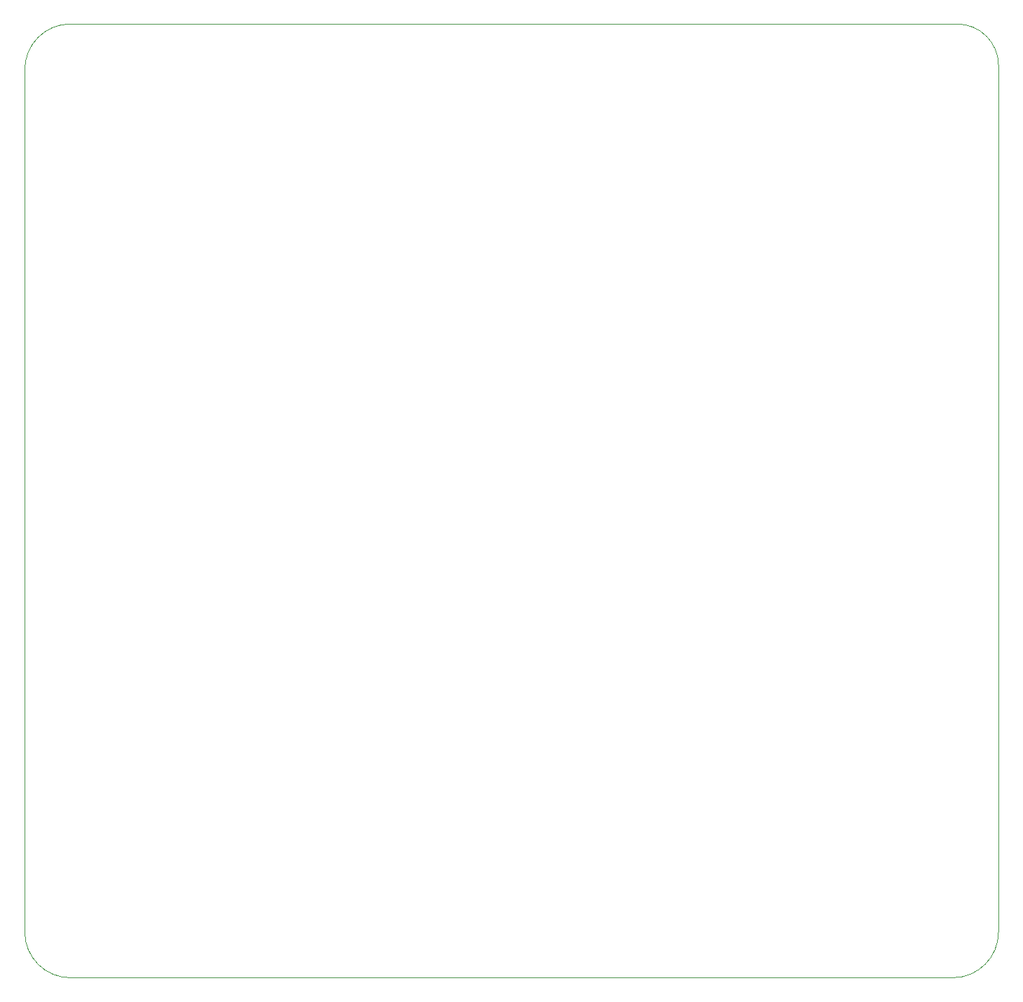
<source format=gbr>
%TF.GenerationSoftware,KiCad,Pcbnew,8.0.3*%
%TF.CreationDate,2024-08-18T15:06:00+02:00*%
%TF.ProjectId,terminal_block,7465726d-696e-4616-9c5f-626c6f636b2e,1*%
%TF.SameCoordinates,Original*%
%TF.FileFunction,Profile,NP*%
%FSLAX46Y46*%
G04 Gerber Fmt 4.6, Leading zero omitted, Abs format (unit mm)*
G04 Created by KiCad (PCBNEW 8.0.3) date 2024-08-18 15:06:00*
%MOMM*%
%LPD*%
G01*
G04 APERTURE LIST*
%TA.AperFunction,Profile*%
%ADD10C,0.100000*%
%TD*%
G04 APERTURE END LIST*
D10*
X196999270Y-147498145D02*
X90500000Y-147500000D01*
X202499270Y-141998145D02*
G75*
G02*
X196999270Y-147498070I-5499970J45D01*
G01*
X85000000Y-142000000D02*
X85000000Y-38000000D01*
X197500000Y-32500000D02*
G75*
G02*
X202500000Y-37500000I0J-5000000D01*
G01*
X90500000Y-32500000D02*
X197500000Y-32500000D01*
X202499270Y-141998145D02*
X202500000Y-37500000D01*
X90500000Y-147500000D02*
G75*
G02*
X85000000Y-142000000I0J5500000D01*
G01*
X85000000Y-38000000D02*
G75*
G02*
X90500000Y-32500000I5500000J0D01*
G01*
M02*

</source>
